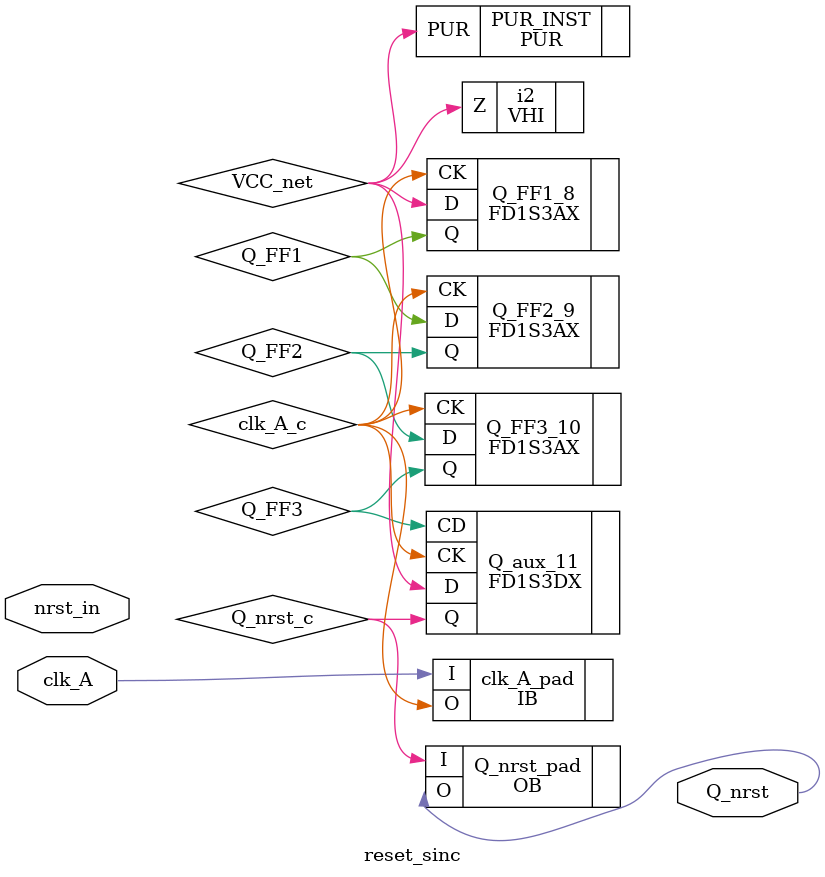
<source format=v>

module reset_sinc (clk_A, nrst_in, Q_nrst) /* synthesis syn_module_defined=1 */ ;   // c:/fpgaprojects/flipflops/reset_sinc.v(1[8:18])
    input clk_A;   // c:/fpgaprojects/flipflops/reset_sinc.v(2[8:13])
    input nrst_in;   // c:/fpgaprojects/flipflops/reset_sinc.v(3[2:9])
    output Q_nrst;   // c:/fpgaprojects/flipflops/reset_sinc.v(4[9:15])
    
    wire clk_A_c /* synthesis is_clock=1, SET_AS_NETWORK=clk_A_c */ ;   // c:/fpgaprojects/flipflops/reset_sinc.v(2[8:13])
    
    wire GND_net, VCC_net, nrst_in_c, Q_nrst_c, Q_FF1, Q_FF2, Q_FF3, 
        n12;
    
    VHI i2 (.Z(VCC_net));
    LUT4 i14_1_lut (.A(nrst_in_c), .Z(n12)) /* synthesis lut_function=(!(A)) */ ;   // c:/fpgaprojects/flipflops/reset_sinc.v(3[2:9])
    defparam i14_1_lut.init = 16'h5555;
    FD1S3AX Q_FF3_10 (.D(Q_FF2), .CK(clk_A_c), .Q(Q_FF3));   // c:/fpgaprojects/flipflops/reset_sinc.v(21[5] 25[8])
    defparam Q_FF3_10.GSR = "ENABLED";
    FD1S3DX Q_aux_11 (.D(VCC_net), .CK(clk_A_c), .CD(Q_FF3), .Q(Q_nrst_c));   // c:/fpgaprojects/flipflops/reset_sinc.v(32[5:19])
    defparam Q_aux_11.GSR = "DISABLED";
    FD1S3AX Q_FF1_8 (.D(VCC_net), .CK(clk_A_c), .Q(Q_FF1));   // c:/fpgaprojects/flipflops/reset_sinc.v(21[5] 25[8])
    defparam Q_FF1_8.GSR = "ENABLED";
    IB clk_A_pad (.I(clk_A), .O(clk_A_c));   // c:/fpgaprojects/flipflops/reset_sinc.v(2[8:13])
    OB Q_nrst_pad (.I(Q_nrst_c), .O(Q_nrst));   // c:/fpgaprojects/flipflops/reset_sinc.v(4[9:15])
    IB nrst_in_pad (.I(nrst_in), .O(nrst_in_c));   // c:/fpgaprojects/flipflops/reset_sinc.v(3[2:9])
    GSR GSR_INST (.GSR(n12));
    PUR PUR_INST (.PUR(VCC_net));
    defparam PUR_INST.RST_PULSE = 1;
    FD1S3AX Q_FF2_9 (.D(Q_FF1), .CK(clk_A_c), .Q(Q_FF2));   // c:/fpgaprojects/flipflops/reset_sinc.v(21[5] 25[8])
    defparam Q_FF2_9.GSR = "ENABLED";
    VLO i19 (.Z(GND_net));
    
endmodule
//
// Verilog Description of module PUR
// module not written out since it is a black-box. 
//


</source>
